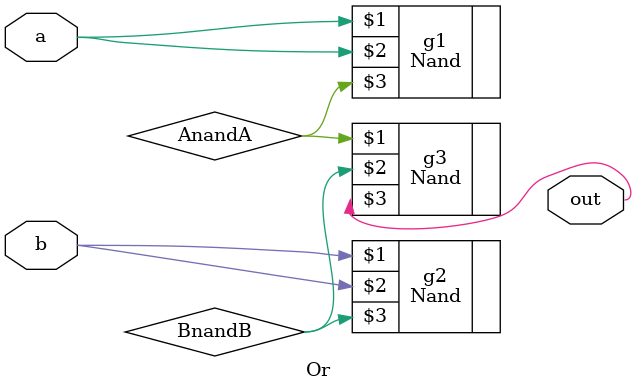
<source format=v>
module Or(input a, b, output out);
  // your code here
  Nand g1(a, a, AnandA);
  Nand g2(b, b, BnandB);
  Nand g3(AnandA, BnandB, out);
  
endmodule

</source>
